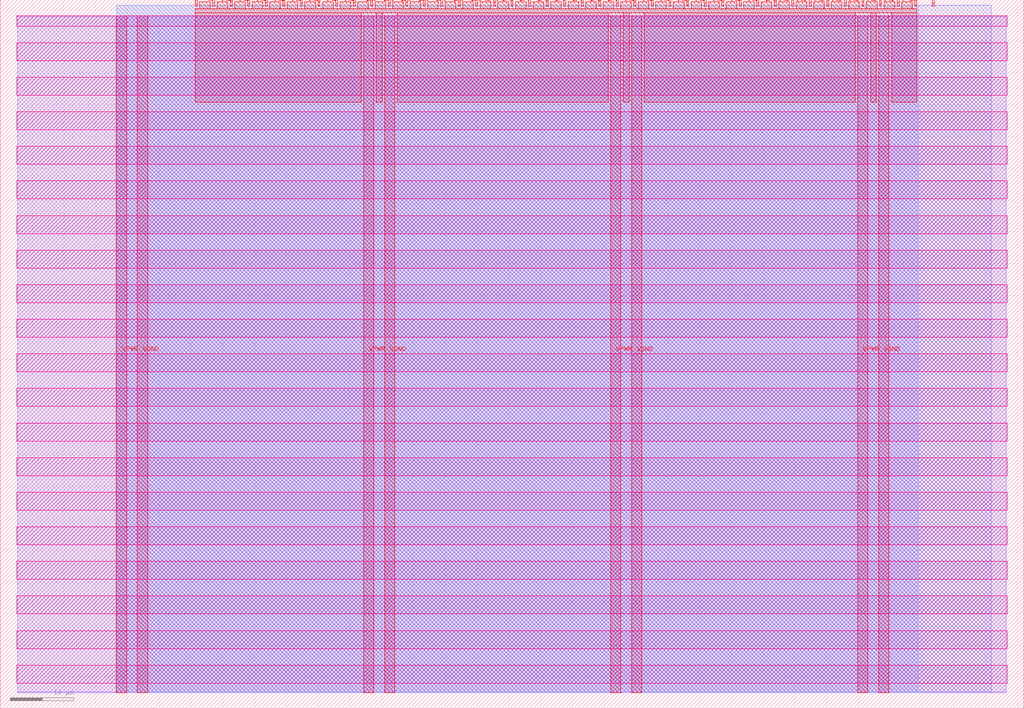
<source format=lef>
VERSION 5.7 ;
  NOWIREEXTENSIONATPIN ON ;
  DIVIDERCHAR "/" ;
  BUSBITCHARS "[]" ;
MACRO tt_um_ephrenm_tsal
  CLASS BLOCK ;
  FOREIGN tt_um_ephrenm_tsal ;
  ORIGIN 0.000 0.000 ;
  SIZE 161.000 BY 111.520 ;
  PIN VGND
    DIRECTION INOUT ;
    USE GROUND ;
    PORT
      LAYER met4 ;
        RECT 21.580 2.480 23.180 109.040 ;
    END
    PORT
      LAYER met4 ;
        RECT 60.450 2.480 62.050 109.040 ;
    END
    PORT
      LAYER met4 ;
        RECT 99.320 2.480 100.920 109.040 ;
    END
    PORT
      LAYER met4 ;
        RECT 138.190 2.480 139.790 109.040 ;
    END
  END VGND
  PIN VPWR
    DIRECTION INOUT ;
    USE POWER ;
    PORT
      LAYER met4 ;
        RECT 18.280 2.480 19.880 109.040 ;
    END
    PORT
      LAYER met4 ;
        RECT 57.150 2.480 58.750 109.040 ;
    END
    PORT
      LAYER met4 ;
        RECT 96.020 2.480 97.620 109.040 ;
    END
    PORT
      LAYER met4 ;
        RECT 134.890 2.480 136.490 109.040 ;
    END
  END VPWR
  PIN clk
    DIRECTION INPUT ;
    USE SIGNAL ;
    ANTENNAGATEAREA 0.852000 ;
    PORT
      LAYER met4 ;
        RECT 143.830 110.520 144.130 111.520 ;
    END
  END clk
  PIN ena
    DIRECTION INPUT ;
    USE SIGNAL ;
    PORT
      LAYER met4 ;
        RECT 146.590 110.520 146.890 111.520 ;
    END
  END ena
  PIN rst_n
    DIRECTION INPUT ;
    USE SIGNAL ;
    ANTENNAGATEAREA 0.196500 ;
    PORT
      LAYER met4 ;
        RECT 141.070 110.520 141.370 111.520 ;
    END
  END rst_n
  PIN ui_in[0]
    DIRECTION INPUT ;
    USE SIGNAL ;
    ANTENNAGATEAREA 0.196500 ;
    PORT
      LAYER met4 ;
        RECT 138.310 110.520 138.610 111.520 ;
    END
  END ui_in[0]
  PIN ui_in[1]
    DIRECTION INPUT ;
    USE SIGNAL ;
    ANTENNAGATEAREA 0.196500 ;
    PORT
      LAYER met4 ;
        RECT 135.550 110.520 135.850 111.520 ;
    END
  END ui_in[1]
  PIN ui_in[2]
    DIRECTION INPUT ;
    USE SIGNAL ;
    ANTENNAGATEAREA 0.196500 ;
    PORT
      LAYER met4 ;
        RECT 132.790 110.520 133.090 111.520 ;
    END
  END ui_in[2]
  PIN ui_in[3]
    DIRECTION INPUT ;
    USE SIGNAL ;
    ANTENNAGATEAREA 0.196500 ;
    PORT
      LAYER met4 ;
        RECT 130.030 110.520 130.330 111.520 ;
    END
  END ui_in[3]
  PIN ui_in[4]
    DIRECTION INPUT ;
    USE SIGNAL ;
    ANTENNAGATEAREA 0.196500 ;
    PORT
      LAYER met4 ;
        RECT 127.270 110.520 127.570 111.520 ;
    END
  END ui_in[4]
  PIN ui_in[5]
    DIRECTION INPUT ;
    USE SIGNAL ;
    ANTENNAGATEAREA 0.196500 ;
    PORT
      LAYER met4 ;
        RECT 124.510 110.520 124.810 111.520 ;
    END
  END ui_in[5]
  PIN ui_in[6]
    DIRECTION INPUT ;
    USE SIGNAL ;
    ANTENNAGATEAREA 0.196500 ;
    PORT
      LAYER met4 ;
        RECT 121.750 110.520 122.050 111.520 ;
    END
  END ui_in[6]
  PIN ui_in[7]
    DIRECTION INPUT ;
    USE SIGNAL ;
    ANTENNAGATEAREA 0.196500 ;
    PORT
      LAYER met4 ;
        RECT 118.990 110.520 119.290 111.520 ;
    END
  END ui_in[7]
  PIN uio_in[0]
    DIRECTION INPUT ;
    USE SIGNAL ;
    PORT
      LAYER met4 ;
        RECT 116.230 110.520 116.530 111.520 ;
    END
  END uio_in[0]
  PIN uio_in[1]
    DIRECTION INPUT ;
    USE SIGNAL ;
    ANTENNAGATEAREA 0.196500 ;
    PORT
      LAYER met4 ;
        RECT 113.470 110.520 113.770 111.520 ;
    END
  END uio_in[1]
  PIN uio_in[2]
    DIRECTION INPUT ;
    USE SIGNAL ;
    PORT
      LAYER met4 ;
        RECT 110.710 110.520 111.010 111.520 ;
    END
  END uio_in[2]
  PIN uio_in[3]
    DIRECTION INPUT ;
    USE SIGNAL ;
    PORT
      LAYER met4 ;
        RECT 107.950 110.520 108.250 111.520 ;
    END
  END uio_in[3]
  PIN uio_in[4]
    DIRECTION INPUT ;
    USE SIGNAL ;
    PORT
      LAYER met4 ;
        RECT 105.190 110.520 105.490 111.520 ;
    END
  END uio_in[4]
  PIN uio_in[5]
    DIRECTION INPUT ;
    USE SIGNAL ;
    PORT
      LAYER met4 ;
        RECT 102.430 110.520 102.730 111.520 ;
    END
  END uio_in[5]
  PIN uio_in[6]
    DIRECTION INPUT ;
    USE SIGNAL ;
    PORT
      LAYER met4 ;
        RECT 99.670 110.520 99.970 111.520 ;
    END
  END uio_in[6]
  PIN uio_in[7]
    DIRECTION INPUT ;
    USE SIGNAL ;
    PORT
      LAYER met4 ;
        RECT 96.910 110.520 97.210 111.520 ;
    END
  END uio_in[7]
  PIN uio_oe[0]
    DIRECTION OUTPUT ;
    USE SIGNAL ;
    ANTENNADIFFAREA 0.445500 ;
    PORT
      LAYER met4 ;
        RECT 49.990 110.520 50.290 111.520 ;
    END
  END uio_oe[0]
  PIN uio_oe[1]
    DIRECTION OUTPUT ;
    USE SIGNAL ;
    ANTENNADIFFAREA 0.445500 ;
    PORT
      LAYER met4 ;
        RECT 47.230 110.520 47.530 111.520 ;
    END
  END uio_oe[1]
  PIN uio_oe[2]
    DIRECTION OUTPUT ;
    USE SIGNAL ;
    ANTENNADIFFAREA 0.445500 ;
    PORT
      LAYER met4 ;
        RECT 44.470 110.520 44.770 111.520 ;
    END
  END uio_oe[2]
  PIN uio_oe[3]
    DIRECTION OUTPUT ;
    USE SIGNAL ;
    ANTENNADIFFAREA 0.445500 ;
    PORT
      LAYER met4 ;
        RECT 41.710 110.520 42.010 111.520 ;
    END
  END uio_oe[3]
  PIN uio_oe[4]
    DIRECTION OUTPUT ;
    USE SIGNAL ;
    ANTENNADIFFAREA 0.445500 ;
    PORT
      LAYER met4 ;
        RECT 38.950 110.520 39.250 111.520 ;
    END
  END uio_oe[4]
  PIN uio_oe[5]
    DIRECTION OUTPUT ;
    USE SIGNAL ;
    ANTENNADIFFAREA 0.445500 ;
    PORT
      LAYER met4 ;
        RECT 36.190 110.520 36.490 111.520 ;
    END
  END uio_oe[5]
  PIN uio_oe[6]
    DIRECTION OUTPUT ;
    USE SIGNAL ;
    ANTENNADIFFAREA 0.445500 ;
    PORT
      LAYER met4 ;
        RECT 33.430 110.520 33.730 111.520 ;
    END
  END uio_oe[6]
  PIN uio_oe[7]
    DIRECTION OUTPUT ;
    USE SIGNAL ;
    ANTENNADIFFAREA 0.445500 ;
    PORT
      LAYER met4 ;
        RECT 30.670 110.520 30.970 111.520 ;
    END
  END uio_oe[7]
  PIN uio_out[0]
    DIRECTION OUTPUT ;
    USE SIGNAL ;
    ANTENNADIFFAREA 0.795200 ;
    PORT
      LAYER met4 ;
        RECT 72.070 110.520 72.370 111.520 ;
    END
  END uio_out[0]
  PIN uio_out[1]
    DIRECTION OUTPUT ;
    USE SIGNAL ;
    ANTENNADIFFAREA 0.445500 ;
    PORT
      LAYER met4 ;
        RECT 69.310 110.520 69.610 111.520 ;
    END
  END uio_out[1]
  PIN uio_out[2]
    DIRECTION OUTPUT ;
    USE SIGNAL ;
    ANTENNADIFFAREA 0.445500 ;
    PORT
      LAYER met4 ;
        RECT 66.550 110.520 66.850 111.520 ;
    END
  END uio_out[2]
  PIN uio_out[3]
    DIRECTION OUTPUT ;
    USE SIGNAL ;
    ANTENNADIFFAREA 0.445500 ;
    PORT
      LAYER met4 ;
        RECT 63.790 110.520 64.090 111.520 ;
    END
  END uio_out[3]
  PIN uio_out[4]
    DIRECTION OUTPUT ;
    USE SIGNAL ;
    ANTENNADIFFAREA 0.445500 ;
    PORT
      LAYER met4 ;
        RECT 61.030 110.520 61.330 111.520 ;
    END
  END uio_out[4]
  PIN uio_out[5]
    DIRECTION OUTPUT ;
    USE SIGNAL ;
    ANTENNADIFFAREA 0.445500 ;
    PORT
      LAYER met4 ;
        RECT 58.270 110.520 58.570 111.520 ;
    END
  END uio_out[5]
  PIN uio_out[6]
    DIRECTION OUTPUT ;
    USE SIGNAL ;
    ANTENNADIFFAREA 0.445500 ;
    PORT
      LAYER met4 ;
        RECT 55.510 110.520 55.810 111.520 ;
    END
  END uio_out[6]
  PIN uio_out[7]
    DIRECTION OUTPUT ;
    USE SIGNAL ;
    ANTENNADIFFAREA 0.445500 ;
    PORT
      LAYER met4 ;
        RECT 52.750 110.520 53.050 111.520 ;
    END
  END uio_out[7]
  PIN uo_out[0]
    DIRECTION OUTPUT ;
    USE SIGNAL ;
    ANTENNADIFFAREA 0.445500 ;
    PORT
      LAYER met4 ;
        RECT 94.150 110.520 94.450 111.520 ;
    END
  END uo_out[0]
  PIN uo_out[1]
    DIRECTION OUTPUT ;
    USE SIGNAL ;
    ANTENNADIFFAREA 0.445500 ;
    PORT
      LAYER met4 ;
        RECT 91.390 110.520 91.690 111.520 ;
    END
  END uo_out[1]
  PIN uo_out[2]
    DIRECTION OUTPUT ;
    USE SIGNAL ;
    ANTENNADIFFAREA 0.445500 ;
    PORT
      LAYER met4 ;
        RECT 88.630 110.520 88.930 111.520 ;
    END
  END uo_out[2]
  PIN uo_out[3]
    DIRECTION OUTPUT ;
    USE SIGNAL ;
    ANTENNADIFFAREA 0.445500 ;
    PORT
      LAYER met4 ;
        RECT 85.870 110.520 86.170 111.520 ;
    END
  END uo_out[3]
  PIN uo_out[4]
    DIRECTION OUTPUT ;
    USE SIGNAL ;
    ANTENNADIFFAREA 0.445500 ;
    PORT
      LAYER met4 ;
        RECT 83.110 110.520 83.410 111.520 ;
    END
  END uo_out[4]
  PIN uo_out[5]
    DIRECTION OUTPUT ;
    USE SIGNAL ;
    ANTENNADIFFAREA 0.445500 ;
    PORT
      LAYER met4 ;
        RECT 80.350 110.520 80.650 111.520 ;
    END
  END uo_out[5]
  PIN uo_out[6]
    DIRECTION OUTPUT ;
    USE SIGNAL ;
    ANTENNADIFFAREA 0.445500 ;
    PORT
      LAYER met4 ;
        RECT 77.590 110.520 77.890 111.520 ;
    END
  END uo_out[6]
  PIN uo_out[7]
    DIRECTION OUTPUT ;
    USE SIGNAL ;
    ANTENNADIFFAREA 0.445500 ;
    PORT
      LAYER met4 ;
        RECT 74.830 110.520 75.130 111.520 ;
    END
  END uo_out[7]
  OBS
      LAYER nwell ;
        RECT 2.570 107.385 158.430 108.990 ;
        RECT 2.570 101.945 158.430 104.775 ;
        RECT 2.570 96.505 158.430 99.335 ;
        RECT 2.570 91.065 158.430 93.895 ;
        RECT 2.570 85.625 158.430 88.455 ;
        RECT 2.570 80.185 158.430 83.015 ;
        RECT 2.570 74.745 158.430 77.575 ;
        RECT 2.570 69.305 158.430 72.135 ;
        RECT 2.570 63.865 158.430 66.695 ;
        RECT 2.570 58.425 158.430 61.255 ;
        RECT 2.570 52.985 158.430 55.815 ;
        RECT 2.570 47.545 158.430 50.375 ;
        RECT 2.570 42.105 158.430 44.935 ;
        RECT 2.570 36.665 158.430 39.495 ;
        RECT 2.570 31.225 158.430 34.055 ;
        RECT 2.570 25.785 158.430 28.615 ;
        RECT 2.570 20.345 158.430 23.175 ;
        RECT 2.570 14.905 158.430 17.735 ;
        RECT 2.570 9.465 158.430 12.295 ;
        RECT 2.570 4.025 158.430 6.855 ;
      LAYER li1 ;
        RECT 2.760 2.635 158.240 108.885 ;
      LAYER met1 ;
        RECT 2.760 2.480 158.240 109.040 ;
      LAYER met2 ;
        RECT 18.310 2.535 155.840 110.685 ;
      LAYER met3 ;
        RECT 18.290 2.555 144.370 110.665 ;
      LAYER met4 ;
        RECT 31.370 110.120 33.030 111.170 ;
        RECT 34.130 110.120 35.790 111.170 ;
        RECT 36.890 110.120 38.550 111.170 ;
        RECT 39.650 110.120 41.310 111.170 ;
        RECT 42.410 110.120 44.070 111.170 ;
        RECT 45.170 110.120 46.830 111.170 ;
        RECT 47.930 110.120 49.590 111.170 ;
        RECT 50.690 110.120 52.350 111.170 ;
        RECT 53.450 110.120 55.110 111.170 ;
        RECT 56.210 110.120 57.870 111.170 ;
        RECT 58.970 110.120 60.630 111.170 ;
        RECT 61.730 110.120 63.390 111.170 ;
        RECT 64.490 110.120 66.150 111.170 ;
        RECT 67.250 110.120 68.910 111.170 ;
        RECT 70.010 110.120 71.670 111.170 ;
        RECT 72.770 110.120 74.430 111.170 ;
        RECT 75.530 110.120 77.190 111.170 ;
        RECT 78.290 110.120 79.950 111.170 ;
        RECT 81.050 110.120 82.710 111.170 ;
        RECT 83.810 110.120 85.470 111.170 ;
        RECT 86.570 110.120 88.230 111.170 ;
        RECT 89.330 110.120 90.990 111.170 ;
        RECT 92.090 110.120 93.750 111.170 ;
        RECT 94.850 110.120 96.510 111.170 ;
        RECT 97.610 110.120 99.270 111.170 ;
        RECT 100.370 110.120 102.030 111.170 ;
        RECT 103.130 110.120 104.790 111.170 ;
        RECT 105.890 110.120 107.550 111.170 ;
        RECT 108.650 110.120 110.310 111.170 ;
        RECT 111.410 110.120 113.070 111.170 ;
        RECT 114.170 110.120 115.830 111.170 ;
        RECT 116.930 110.120 118.590 111.170 ;
        RECT 119.690 110.120 121.350 111.170 ;
        RECT 122.450 110.120 124.110 111.170 ;
        RECT 125.210 110.120 126.870 111.170 ;
        RECT 127.970 110.120 129.630 111.170 ;
        RECT 130.730 110.120 132.390 111.170 ;
        RECT 133.490 110.120 135.150 111.170 ;
        RECT 136.250 110.120 137.910 111.170 ;
        RECT 139.010 110.120 140.670 111.170 ;
        RECT 141.770 110.120 143.430 111.170 ;
        RECT 30.655 109.440 144.145 110.120 ;
        RECT 30.655 95.375 56.750 109.440 ;
        RECT 59.150 95.375 60.050 109.440 ;
        RECT 62.450 95.375 95.620 109.440 ;
        RECT 98.020 95.375 98.920 109.440 ;
        RECT 101.320 95.375 134.490 109.440 ;
        RECT 136.890 95.375 137.790 109.440 ;
        RECT 140.190 95.375 144.145 109.440 ;
  END
END tt_um_ephrenm_tsal
END LIBRARY


</source>
